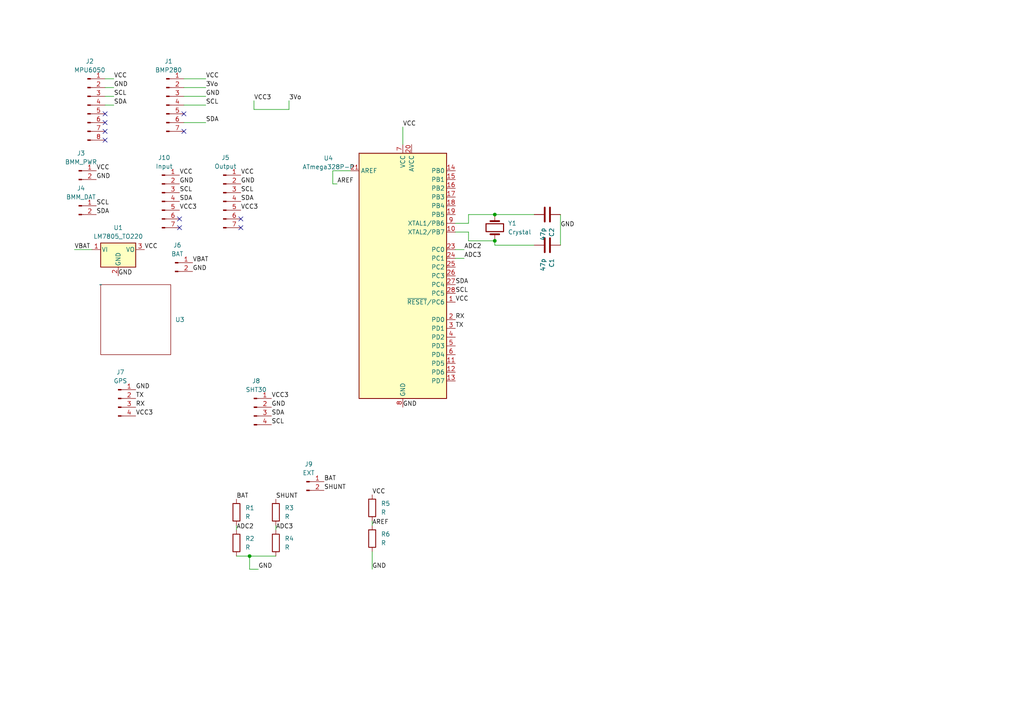
<source format=kicad_sch>
(kicad_sch (version 20230121) (generator eeschema)
  (paper "A4")
  (lib_symbols
    (symbol "Connector:Conn_01x02_Pin" (pin_names (offset 1.016) hide)
      (property "Reference" "J" (at 0 2.54 0))
      (property "Value" "Conn_01x02_Pin" (at 0 -5.08 0))
      (symbol "Conn_01x02_Pin_1_1"
        (polyline (pts (xy 1.27 -2.54) (xy 0.8636 -2.54)) (stroke (width 0.1524)))
        (polyline (pts (xy 1.27 0) (xy 0.8636 0)) (stroke (width 0.1524)))
        (rectangle (start 0.8636 -2.413) (end 0 -2.667) (stroke (width 0.1524)) (fill (type outline)))
        (rectangle (start 0.8636 0.127) (end 0 -0.127) (stroke (width 0.1524)) (fill (type outline)))
        (pin passive line (at 5.08 0 180) (length 3.81) (name "Pin_1") (number "1"))
        (pin passive line (at 5.08 -2.54 180) (length 3.81) (name "Pin_2") (number "2"))
      )
    )
    (symbol "Connector:Conn_01x04_Pin" (pin_names (offset 1.016) hide)
      (property "Reference" "J" (at 0 5.08 0))
      (property "Value" "Conn_01x04_Pin" (at 0 -7.62 0))
      (symbol "Conn_01x04_Pin_1_1"
        (polyline (pts (xy 1.27 -5.08) (xy 0.8636 -5.08)) (stroke (width 0.1524)))
        (polyline (pts (xy 1.27 -2.54) (xy 0.8636 -2.54)) (stroke (width 0.1524)))
        (polyline (pts (xy 1.27 0) (xy 0.8636 0)) (stroke (width 0.1524)))
        (polyline (pts (xy 1.27 2.54) (xy 0.8636 2.54)) (stroke (width 0.1524)))
        (rectangle (start 0.8636 -4.953) (end 0 -5.207) (stroke (width 0.1524)) (fill (type outline)))
        (rectangle (start 0.8636 -2.413) (end 0 -2.667) (stroke (width 0.1524)) (fill (type outline)))
        (rectangle (start 0.8636 0.127) (end 0 -0.127) (stroke (width 0.1524)) (fill (type outline)))
        (rectangle (start 0.8636 2.667) (end 0 2.413) (stroke (width 0.1524)) (fill (type outline)))
        (pin passive line (at 5.08 2.54 180) (length 3.81) (name "Pin_1") (number "1"))
        (pin passive line (at 5.08 0 180) (length 3.81) (name "Pin_2") (number "2"))
        (pin passive line (at 5.08 -2.54 180) (length 3.81) (name "Pin_3") (number "3"))
        (pin passive line (at 5.08 -5.08 180) (length 3.81) (name "Pin_4") (number "4"))
      )
    )
    (symbol "Connector:Conn_01x07_Pin" (pin_names (offset 1.016) hide)
      (property "Reference" "J" (at 0 10.16 0))
      (property "Value" "Conn_01x07_Pin" (at 0 -10.16 0))
      (symbol "Conn_01x07_Pin_1_1"
        (polyline (pts (xy 1.27 -7.62) (xy 0.8636 -7.62)) (stroke (width 0.1524)))
        (polyline (pts (xy 1.27 -5.08) (xy 0.8636 -5.08)) (stroke (width 0.1524)))
        (polyline (pts (xy 1.27 -2.54) (xy 0.8636 -2.54)) (stroke (width 0.1524)))
        (polyline (pts (xy 1.27 0) (xy 0.8636 0)) (stroke (width 0.1524)))
        (polyline (pts (xy 1.27 2.54) (xy 0.8636 2.54)) (stroke (width 0.1524)))
        (polyline (pts (xy 1.27 5.08) (xy 0.8636 5.08)) (stroke (width 0.1524)))
        (polyline (pts (xy 1.27 7.62) (xy 0.8636 7.62)) (stroke (width 0.1524)))
        (rectangle (start 0.8636 -7.493) (end 0 -7.747) (stroke (width 0.1524)) (fill (type outline)))
        (rectangle (start 0.8636 -4.953) (end 0 -5.207) (stroke (width 0.1524)) (fill (type outline)))
        (rectangle (start 0.8636 -2.413) (end 0 -2.667) (stroke (width 0.1524)) (fill (type outline)))
        (rectangle (start 0.8636 0.127) (end 0 -0.127) (stroke (width 0.1524)) (fill (type outline)))
        (rectangle (start 0.8636 2.667) (end 0 2.413) (stroke (width 0.1524)) (fill (type outline)))
        (rectangle (start 0.8636 5.207) (end 0 4.953) (stroke (width 0.1524)) (fill (type outline)))
        (rectangle (start 0.8636 7.747) (end 0 7.493) (stroke (width 0.1524)) (fill (type outline)))
        (pin passive line (at 5.08 7.62 180) (length 3.81) (name "Pin_1") (number "1"))
        (pin passive line (at 5.08 5.08 180) (length 3.81) (name "Pin_2") (number "2"))
        (pin passive line (at 5.08 2.54 180) (length 3.81) (name "Pin_3") (number "3"))
        (pin passive line (at 5.08 0 180) (length 3.81) (name "Pin_4") (number "4"))
        (pin passive line (at 5.08 -2.54 180) (length 3.81) (name "Pin_5") (number "5"))
        (pin passive line (at 5.08 -5.08 180) (length 3.81) (name "Pin_6") (number "6"))
        (pin passive line (at 5.08 -7.62 180) (length 3.81) (name "Pin_7") (number "7"))
      )
    )
    (symbol "Connector:Conn_01x08_Pin" (pin_names (offset 1.016) hide)
      (property "Reference" "J" (at 0 10.16 0))
      (property "Value" "Conn_01x08_Pin" (at 0 -12.7 0))
      (symbol "Conn_01x08_Pin_1_1"
        (polyline (pts (xy 1.27 -10.16) (xy 0.8636 -10.16)) (stroke (width 0.1524)))
        (polyline (pts (xy 1.27 -7.62) (xy 0.8636 -7.62)) (stroke (width 0.1524)))
        (polyline (pts (xy 1.27 -5.08) (xy 0.8636 -5.08)) (stroke (width 0.1524)))
        (polyline (pts (xy 1.27 -2.54) (xy 0.8636 -2.54)) (stroke (width 0.1524)))
        (polyline (pts (xy 1.27 0) (xy 0.8636 0)) (stroke (width 0.1524)))
        (polyline (pts (xy 1.27 2.54) (xy 0.8636 2.54)) (stroke (width 0.1524)))
        (polyline (pts (xy 1.27 5.08) (xy 0.8636 5.08)) (stroke (width 0.1524)))
        (polyline (pts (xy 1.27 7.62) (xy 0.8636 7.62)) (stroke (width 0.1524)))
        (rectangle (start 0.8636 -10.033) (end 0 -10.287) (stroke (width 0.1524)) (fill (type outline)))
        (rectangle (start 0.8636 -7.493) (end 0 -7.747) (stroke (width 0.1524)) (fill (type outline)))
        (rectangle (start 0.8636 -4.953) (end 0 -5.207) (stroke (width 0.1524)) (fill (type outline)))
        (rectangle (start 0.8636 -2.413) (end 0 -2.667) (stroke (width 0.1524)) (fill (type outline)))
        (rectangle (start 0.8636 0.127) (end 0 -0.127) (stroke (width 0.1524)) (fill (type outline)))
        (rectangle (start 0.8636 2.667) (end 0 2.413) (stroke (width 0.1524)) (fill (type outline)))
        (rectangle (start 0.8636 5.207) (end 0 4.953) (stroke (width 0.1524)) (fill (type outline)))
        (rectangle (start 0.8636 7.747) (end 0 7.493) (stroke (width 0.1524)) (fill (type outline)))
        (pin passive line (at 5.08 7.62 180) (length 3.81) (name "Pin_1") (number "1"))
        (pin passive line (at 5.08 5.08 180) (length 3.81) (name "Pin_2") (number "2"))
        (pin passive line (at 5.08 2.54 180) (length 3.81) (name "Pin_3") (number "3"))
        (pin passive line (at 5.08 0 180) (length 3.81) (name "Pin_4") (number "4"))
        (pin passive line (at 5.08 -2.54 180) (length 3.81) (name "Pin_5") (number "5"))
        (pin passive line (at 5.08 -5.08 180) (length 3.81) (name "Pin_6") (number "6"))
        (pin passive line (at 5.08 -7.62 180) (length 3.81) (name "Pin_7") (number "7"))
        (pin passive line (at 5.08 -10.16 180) (length 3.81) (name "Pin_8") (number "8"))
      )
    )
    (symbol "Device:C" (pin_numbers hide) (pin_names (offset 0.254))
      (property "Reference" "C" (at 0.635 2.54 0))
      (property "Value" "C" (at 0.635 -2.54 0))
      (symbol "C_0_1"
        (polyline (pts (xy -2.032 -0.762) (xy 2.032 -0.762)) (stroke (width 0.508)))
        (polyline (pts (xy -2.032 0.762) (xy 2.032 0.762)) (stroke (width 0.508)))
      )
      (symbol "C_1_1"
        (pin passive line (at 0 3.81 270) (length 2.794) (name "~") (number "1"))
        (pin passive line (at 0 -3.81 90) (length 2.794) (name "~") (number "2"))
      )
    )
    (symbol "Device:Crystal" (pin_numbers hide) (pin_names (offset 1.016) hide)
      (property "Reference" "Y" (at 0 3.81 0))
      (property "Value" "Crystal" (at 0 -3.81 0))
      (symbol "Crystal_0_1"
        (rectangle (start -1.143 2.54) (end 1.143 -2.54) (stroke (width 0.3048)))
        (polyline (pts (xy -2.54 0) (xy -1.905 0)))
        (polyline (pts (xy -1.905 -1.27) (xy -1.905 1.27)) (stroke (width 0.508)))
        (polyline (pts (xy 1.905 -1.27) (xy 1.905 1.27)) (stroke (width 0.508)))
        (polyline (pts (xy 2.54 0) (xy 1.905 0)))
      )
      (symbol "Crystal_1_1"
        (pin passive line (at -3.81 0 0) (length 1.27) (name "1") (number "1"))
        (pin passive line (at 3.81 0 180) (length 1.27) (name "2") (number "2"))
      )
    )
    (symbol "Device:R" (pin_numbers hide) (pin_names (offset 0))
      (property "Reference" "R" (at 2.032 0 90))
      (property "Value" "R" (at 0 0 90))
      (symbol "R_0_1"
        (rectangle (start -1.016 -2.54) (end 1.016 2.54) (stroke (width 0.254)))
      )
      (symbol "R_1_1"
        (pin passive line (at 0 3.81 270) (length 1.27) (name "~") (number "1"))
        (pin passive line (at 0 -3.81 90) (length 1.27) (name "~") (number "2"))
      )
    )
    (symbol "MCU_Microchip_ATmega:ATmega328P-P"
      (property "Reference" "U" (at -12.7 36.83 0))
      (property "Value" "ATmega328P-P" (at 2.54 -36.83 0))
      (symbol "ATmega328P-P_0_1"
        (rectangle (start -12.7 -35.56) (end 12.7 35.56) (stroke (width 0.254)) (fill (type background)))
      )
      (symbol "ATmega328P-P_1_1"
        (pin bidirectional line (at 15.24 -7.62 180) (length 2.54) (name "~{RESET}/PC6") (number "1"))
        (pin bidirectional line (at 15.24 12.7 180) (length 2.54) (name "XTAL2/PB7") (number "10"))
        (pin bidirectional line (at 15.24 -25.4 180) (length 2.54) (name "PD5") (number "11"))
        (pin bidirectional line (at 15.24 -27.94 180) (length 2.54) (name "PD6") (number "12"))
        (pin bidirectional line (at 15.24 -30.48 180) (length 2.54) (name "PD7") (number "13"))
        (pin bidirectional line (at 15.24 30.48 180) (length 2.54) (name "PB0") (number "14"))
        (pin bidirectional line (at 15.24 27.94 180) (length 2.54) (name "PB1") (number "15"))
        (pin bidirectional line (at 15.24 25.4 180) (length 2.54) (name "PB2") (number "16"))
        (pin bidirectional line (at 15.24 22.86 180) (length 2.54) (name "PB3") (number "17"))
        (pin bidirectional line (at 15.24 20.32 180) (length 2.54) (name "PB4") (number "18"))
        (pin bidirectional line (at 15.24 17.78 180) (length 2.54) (name "PB5") (number "19"))
        (pin bidirectional line (at 15.24 -12.7 180) (length 2.54) (name "PD0") (number "2"))
        (pin power_in line (at 2.54 38.1 270) (length 2.54) (name "AVCC") (number "20"))
        (pin passive line (at -15.24 30.48 0) (length 2.54) (name "AREF") (number "21"))
        (pin passive line (at 0 -38.1 90) (length 2.54) hide (name "GND") (number "22"))
        (pin bidirectional line (at 15.24 7.62 180) (length 2.54) (name "PC0") (number "23"))
        (pin bidirectional line (at 15.24 5.08 180) (length 2.54) (name "PC1") (number "24"))
        (pin bidirectional line (at 15.24 2.54 180) (length 2.54) (name "PC2") (number "25"))
        (pin bidirectional line (at 15.24 0 180) (length 2.54) (name "PC3") (number "26"))
        (pin bidirectional line (at 15.24 -2.54 180) (length 2.54) (name "PC4") (number "27"))
        (pin bidirectional line (at 15.24 -5.08 180) (length 2.54) (name "PC5") (number "28"))
        (pin bidirectional line (at 15.24 -15.24 180) (length 2.54) (name "PD1") (number "3"))
        (pin bidirectional line (at 15.24 -17.78 180) (length 2.54) (name "PD2") (number "4"))
        (pin bidirectional line (at 15.24 -20.32 180) (length 2.54) (name "PD3") (number "5"))
        (pin bidirectional line (at 15.24 -22.86 180) (length 2.54) (name "PD4") (number "6"))
        (pin power_in line (at 0 38.1 270) (length 2.54) (name "VCC") (number "7"))
        (pin power_in line (at 0 -38.1 90) (length 2.54) (name "GND") (number "8"))
        (pin bidirectional line (at 15.24 15.24 180) (length 2.54) (name "XTAL1/PB6") (number "9"))
      )
    )
    (symbol "OwnLib:BMM_NOPIN"
      (property "Reference" "U" (at 8.89 1.27 0))
      (symbol "BMM_NOPIN_0_1"
        (rectangle (start 0 0) (end 20.32 -20.32))
      )
    )
    (symbol "Regulator_Linear:LM7805_TO220" (pin_names (offset 0.254))
      (property "Reference" "U" (at -3.81 3.175 0))
      (property "Value" "LM7805_TO220" (at 0 3.175 0))
      (symbol "LM7805_TO220_0_1"
        (rectangle (start -5.08 1.905) (end 5.08 -5.08) (stroke (width 0.254)) (fill (type background)))
      )
      (symbol "LM7805_TO220_1_1"
        (pin power_in line (at -7.62 0 0) (length 2.54) (name "VI") (number "1"))
        (pin power_in line (at 0 -7.62 90) (length 2.54) (name "GND") (number "2"))
        (pin power_out line (at 7.62 0 180) (length 2.54) (name "VO") (number "3"))
      )
    )
  )
  (junction (at 72.39 161.29))
  (junction (at 143.51 69.85))
  (junction (at 143.51 62.23))
  (no_connect (at 69.85 63.5))
  (no_connect (at 52.07 63.5))
  (no_connect (at 52.07 66.04))
  (no_connect (at 30.48 33.02))
  (no_connect (at 53.34 38.1))
  (no_connect (at 30.48 38.1))
  (no_connect (at 69.85 66.04))
  (no_connect (at 53.34 33.02))
  (no_connect (at 30.48 40.64))
  (no_connect (at 30.48 35.56))
  (wire (pts (xy 97.79 53.34) (xy 96.52 53.34)))
  (wire (pts (xy 72.39 161.29) (xy 72.39 165.1)))
  (wire (pts (xy 135.89 62.23) (xy 143.51 62.23)))
  (wire (pts (xy 83.82 31.75) (xy 83.82 29.21)))
  (wire (pts (xy 53.34 35.56) (xy 59.69 35.56)))
  (wire (pts (xy 96.52 53.34) (xy 96.52 49.53)))
  (wire (pts (xy 30.48 25.4) (xy 33.02 25.4)))
  (wire (pts (xy 83.82 31.75) (xy 73.66 31.75)))
  (wire (pts (xy 96.52 49.53) (xy 101.6 49.53)))
  (wire (pts (xy 143.51 62.23) (xy 154.94 62.23)))
  (wire (pts (xy 143.51 69.85) (xy 135.89 69.85)))
  (wire (pts (xy 72.39 165.1) (xy 74.93 165.1)))
  (wire (pts (xy 30.48 22.86) (xy 33.02 22.86)))
  (wire (pts (xy 135.89 64.77) (xy 135.89 62.23)))
  (wire (pts (xy 68.58 161.29) (xy 72.39 161.29)))
  (wire (pts (xy 135.89 69.85) (xy 135.89 67.31)))
  (wire (pts (xy 107.95 151.13) (xy 107.95 152.4)))
  (wire (pts (xy 135.89 67.31) (xy 132.08 67.31)))
  (wire (pts (xy 143.51 71.12) (xy 143.51 69.85)))
  (wire (pts (xy 132.08 74.93) (xy 134.62 74.93)))
  (wire (pts (xy 68.58 152.4) (xy 68.58 153.67)))
  (wire (pts (xy 80.01 152.4) (xy 80.01 153.67)))
  (wire (pts (xy 154.94 71.12) (xy 143.51 71.12)))
  (wire (pts (xy 162.56 62.23) (xy 162.56 71.12)))
  (wire (pts (xy 53.34 22.86) (xy 59.69 22.86)))
  (wire (pts (xy 132.08 64.77) (xy 135.89 64.77)))
  (wire (pts (xy 107.95 160.02) (xy 107.95 165.1)))
  (wire (pts (xy 72.39 161.29) (xy 80.01 161.29)))
  (wire (pts (xy 53.34 27.94) (xy 59.69 27.94)))
  (wire (pts (xy 132.08 72.39) (xy 134.62 72.39)))
  (wire (pts (xy 30.48 30.48) (xy 33.02 30.48)))
  (wire (pts (xy 21.59 72.39) (xy 26.67 72.39)))
  (wire (pts (xy 73.66 31.75) (xy 73.66 29.21)))
  (wire (pts (xy 53.34 30.48) (xy 59.69 30.48)))
  (wire (pts (xy 30.48 27.94) (xy 33.02 27.94)))
  (wire (pts (xy 53.34 25.4) (xy 59.69 25.4)))
  (wire (pts (xy 116.84 36.83) (xy 116.84 41.91)))
  (label "SCL" (at 27.94 59.69 0))
  (label "VCC3" (at 73.66 29.21 0))
  (label "ADC2" (at 68.58 153.67 0))
  (label "GND" (at 52.07 53.34 0))
  (label "SCL" (at 52.07 55.88 0))
  (label "VCC" (at 107.95 143.51 0))
  (label "VCC" (at 69.85 50.8 0))
  (label "3Vo" (at 83.82 29.21 0))
  (label "GND" (at 55.88 78.74 0))
  (label "BAT" (at 68.58 144.78 0))
  (label "VBAT" (at 21.59 72.39 0))
  (label "VCC" (at 41.91 72.39 0))
  (label "SCL" (at 78.74 123.19 0))
  (label "GND" (at 33.02 25.4 0))
  (label "SHUNT" (at 93.98 142.24 0))
  (label "RX" (at 132.08 92.71 0))
  (label "SCL" (at 132.08 85.09 0))
  (label "BAT" (at 93.98 139.7 0))
  (label "VCC3" (at 78.74 115.57 0))
  (label "VCC3" (at 69.85 60.96 0))
  (label "GND" (at 27.94 52.07 0))
  (label "SDA" (at 52.07 58.42 0))
  (label "SCL" (at 69.85 55.88 0))
  (label "GND" (at 34.29 80.01 0))
  (label "SCL" (at 33.02 27.94 0))
  (label "ADC2" (at 134.62 72.39 0))
  (label "GND" (at 74.93 165.1 0))
  (label "GND" (at 116.84 118.11 0))
  (label "SDA" (at 33.02 30.48 0))
  (label "GND" (at 162.56 66.04 0))
  (label "SDA" (at 27.94 62.23 0))
  (label "RX" (at 39.37 118.11 0))
  (label "ADC3" (at 134.62 74.93 0))
  (label "SDA" (at 132.08 82.55 0))
  (label "SDA" (at 78.74 120.65 0))
  (label "ADC3" (at 80.01 153.67 0))
  (label "GND" (at 39.37 113.03 0))
  (label "3Vo" (at 81.28 -6.35 0))
  (label "VCC" (at 33.02 22.86 0))
  (label "VCC" (at 116.84 36.83 0))
  (label "AREF" (at 97.79 53.34 0))
  (label "VCC" (at 132.08 87.63 0))
  (label "3Vo" (at 59.69 25.4 0))
  (label "VBAT" (at 55.88 76.2 0))
  (label "TX" (at 39.37 115.57 0))
  (label "GND" (at 59.69 27.94 0))
  (label "TX" (at 132.08 95.25 0))
  (label "VCC" (at 52.07 50.8 0))
  (label "GND" (at 78.74 118.11 0))
  (label "SHUNT" (at 80.01 144.78 0))
  (label "VCC3" (at 52.07 60.96 0))
  (label "SDA" (at 69.85 58.42 0))
  (label "VCC3" (at 39.37 120.65 0))
  (label "VCC" (at 27.94 49.53 0))
  (label "GND" (at 107.95 165.1 0))
  (label "VCC" (at 59.69 22.86 0))
  (label "SDA" (at 59.69 35.56 0))
  (label "SCL" (at 59.69 30.48 0))
  (label "GND" (at 69.85 53.34 0))
  (label "AREF" (at 107.95 152.4 0))
  (symbol (lib_id "Connector:Conn_01x02_Pin") (at 88.9 139.7 0) (unit 1)
    (property "Reference" "J9" (at 89.535 134.62 0))
    (property "Value" "EXT" (at 89.535 137.16 0))
    (property "Footprint" "Connector_PinHeader_2.54mm:PinHeader_1x02_P2.54mm_Vertical" (effects hide))
  )
  (symbol (lib_id "Device:Crystal") (at 143.51 66.04 90) (unit 1)
    (property "Reference" "Y1" (at 147.32 64.77 90) (effects (justify right)))
    (property "Value" "Crystal" (at 147.32 67.31 90) (effects (justify right)))
    (property "Footprint" "Crystal:Crystal_HC18-U_Vertical" (effects hide))
  )
  (symbol (lib_id "Device:C") (at 158.75 62.23 270) (unit 1)
    (property "Reference" "C2" (at 160.02 66.04 0) (effects (justify left)))
    (property "Value" "47p" (at 157.48 66.04 0) (effects (justify left)))
    (property "Footprint" "Capacitor_THT:C_Disc_D3.0mm_W1.6mm_P2.50mm" (effects hide))
  )
  (symbol (lib_id "Regulator_Linear:LM7805_TO220") (at 34.29 72.39 0) (unit 1)
    (property "Reference" "U1" (at 34.29 66.04 0))
    (property "Value" "LM7805_TO220" (at 34.29 68.58 0))
    (property "Footprint" "Package_TO_SOT_THT:TO-220-3_Vertical" (effects hide))
    (property "Datasheet" "https://www.onsemi.cn/PowerSolutions/document/MC7800-D.PDF" (effects hide))
  )
  (symbol (lib_id "Device:C") (at 158.75 71.12 270) (unit 1)
    (property "Reference" "C1" (at 160.02 74.93 0) (effects (justify left)))
    (property "Value" "47p" (at 157.48 74.93 0) (effects (justify left)))
    (property "Footprint" "Capacitor_THT:C_Disc_D3.0mm_W1.6mm_P2.50mm" (effects hide))
  )
  (symbol (lib_id "Connector:Conn_01x04_Pin") (at 73.66 118.11 0) (unit 1)
    (property "Reference" "J8" (at 74.295 110.49 0))
    (property "Value" "SHT30" (at 74.295 113.03 0))
    (property "Footprint" "Library:SHT30" (effects hide))
  )
  (symbol (lib_id "Device:R") (at 80.01 148.59 0) (unit 1)
    (property "Reference" "R3" (at 82.55 147.32 0) (effects (justify left)))
    (property "Value" "R" (at 82.55 149.86 0) (effects (justify left)))
    (property "Footprint" "Resistor_THT:R_Axial_DIN0204_L3.6mm_D1.6mm_P7.62mm_Horizontal" (effects hide))
  )
  (symbol (lib_id "Device:R") (at 80.01 157.48 0) (unit 1)
    (property "Reference" "R4" (at 82.55 156.21 0) (effects (justify left)))
    (property "Value" "R" (at 82.55 158.75 0) (effects (justify left)))
    (property "Footprint" "Resistor_THT:R_Axial_DIN0204_L3.6mm_D1.6mm_P7.62mm_Horizontal" (effects hide))
  )
  (symbol (lib_id "Device:R") (at 68.58 148.59 0) (unit 1)
    (property "Reference" "R1" (at 71.12 147.32 0) (effects (justify left)))
    (property "Value" "R" (at 71.12 149.86 0) (effects (justify left)))
    (property "Footprint" "Resistor_THT:R_Axial_DIN0204_L3.6mm_D1.6mm_P7.62mm_Horizontal" (effects hide))
  )
  (symbol (lib_id "Connector:Conn_01x02_Pin") (at 22.86 49.53 0) (unit 1)
    (property "Reference" "J3" (at 23.495 44.45 0))
    (property "Value" "BMM_PWR" (at 23.495 46.99 0))
    (property "Footprint" "Connector_PinHeader_2.54mm:PinHeader_1x02_P2.54mm_Vertical" (effects hide))
  )
  (symbol (lib_id "Connector:Conn_01x02_Pin") (at 22.86 59.69 0) (unit 1)
    (property "Reference" "J4" (at 23.495 54.61 0))
    (property "Value" "BMM_DAT" (at 23.495 57.15 0))
    (property "Footprint" "Connector_PinHeader_2.54mm:PinHeader_1x02_P2.54mm_Vertical" (effects hide))
  )
  (symbol (lib_id "OwnLib:BMM_NOPIN") (at 29.21 82.55 0) (unit 1)
    (property "Reference" "U3" (at 50.8 92.71 0) (effects (justify left)))
    (property "Value" "~" (at 29.21 82.55 0))
    (property "Footprint" "Library:BMM150" (effects hide))
  )
  (symbol (lib_id "Device:R") (at 68.58 157.48 0) (unit 1)
    (property "Reference" "R2" (at 71.12 156.21 0) (effects (justify left)))
    (property "Value" "R" (at 71.12 158.75 0) (effects (justify left)))
    (property "Footprint" "Resistor_THT:R_Axial_DIN0204_L3.6mm_D1.6mm_P7.62mm_Horizontal" (effects hide))
  )
  (symbol (lib_id "Connector:Conn_01x08_Pin") (at 25.4 30.48 0) (unit 1)
    (property "Reference" "J2" (at 26.035 17.78 0))
    (property "Value" "MPU6050" (at 26.035 20.32 0))
    (property "Footprint" "Connector_PinHeader_2.54mm:PinHeader_1x08_P2.54mm_Vertical" (effects hide))
  )
  (symbol (lib_id "Connector:Conn_01x02_Pin") (at 50.8 76.2 0) (unit 1)
    (property "Reference" "J6" (at 51.435 71.12 0))
    (property "Value" "BAT" (at 51.435 73.66 0))
    (property "Footprint" "Connector_PinHeader_2.54mm:PinHeader_1x02_P2.54mm_Vertical" (effects hide))
  )
  (symbol (lib_id "Connector:Conn_01x07_Pin") (at 46.99 58.42 0) (unit 1)
    (property "Reference" "J10" (at 47.625 45.72 0))
    (property "Value" "Input" (at 47.625 48.26 0))
    (property "Footprint" "Connector_PinHeader_2.54mm:PinHeader_1x07_P2.54mm_Vertical" (effects hide))
  )
  (symbol (lib_id "Device:R") (at 107.95 156.21 0) (unit 1)
    (property "Reference" "R6" (at 110.49 154.94 0) (effects (justify left)))
    (property "Value" "R" (at 110.49 157.48 0) (effects (justify left)))
    (property "Footprint" "Resistor_THT:R_Axial_DIN0204_L3.6mm_D1.6mm_P7.62mm_Horizontal" (effects hide))
  )
  (symbol (lib_id "Connector:Conn_01x04_Pin") (at 34.29 115.57 0) (unit 1)
    (property "Reference" "J7" (at 34.925 107.95 0))
    (property "Value" "GPS" (at 34.925 110.49 0))
    (property "Footprint" "Library:GPS Neo-6M" (effects hide))
  )
  (symbol (lib_id "Device:R") (at 107.95 147.32 0) (unit 1)
    (property "Reference" "R5" (at 110.49 146.05 0) (effects (justify left)))
    (property "Value" "R" (at 110.49 148.59 0) (effects (justify left)))
    (property "Footprint" "Resistor_THT:R_Axial_DIN0204_L3.6mm_D1.6mm_P7.62mm_Horizontal" (effects hide))
  )
  (symbol (lib_id "MCU_Microchip_ATmega:ATmega328P-P") (at 116.84 80.01 0) (unit 1)
    (property "Reference" "U4" (at 95.25 45.8821 0))
    (property "Value" "ATmega328P-P" (at 95.25 48.4221 0))
    (property "Footprint" "Package_DIP:DIP-28_W7.62mm" (effects hide))
    (property "Datasheet" "http://ww1.microchip.com/downloads/en/DeviceDoc/ATmega328_P%20AVR%20MCU%20with%20picoPower%20Technology%20Data%20Sheet%2040001984A.pdf" (effects hide))
  )
  (symbol (lib_id "Connector:Conn_01x07_Pin") (at 48.26 30.48 0) (unit 1)
    (property "Reference" "J1" (at 48.895 17.78 0))
    (property "Value" "BMP280" (at 48.895 20.32 0))
    (property "Footprint" "Connector_PinHeader_2.54mm:PinHeader_1x07_P2.54mm_Vertical" (effects hide))
  )
  (symbol (lib_id "Connector:Conn_01x07_Pin") (at 64.77 58.42 0) (unit 1)
    (property "Reference" "J5" (at 65.405 45.72 0))
    (property "Value" "Output" (at 65.405 48.26 0))
    (property "Footprint" "Connector_PinHeader_2.54mm:PinHeader_1x07_P2.54mm_Vertical" (effects hide))
  )
  (sheet (at 314.96 1.27) (size 40.64 40.64) (stroke (width 0.1524))
    (property "Sheetname" "BMP" (at 314.96 0.5584 0) (effects (justify left bottom)))
    (property "Sheetfile" "bmp.kicad_sch" (at 314.96 42.4946 0) (effects (justify left top)))
  )
)
</source>
